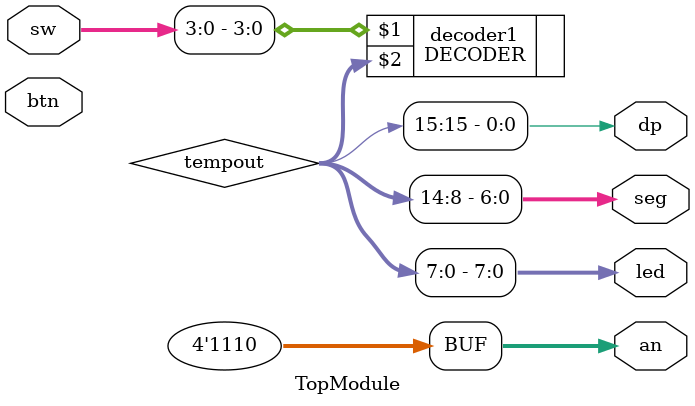
<source format=v>
`timescale 1ns / 1ps


module TopModule(
input [7:0] sw,
input [3:0] btn,
output  [7:0] led,
output  [6:0] seg,
output  dp,
output  [3:0] an
    );
    assign an = 4'b1110;
    wire [15:0] tempout;
    assign dp = tempout[15];
    assign seg = tempout[14:8];
    assign led = tempout[7:0];
    
    DECODER decoder1(sw[3:0],tempout);
//    ENCODER encoder1(sw[3:0],led[1:0],led[7]);
//    MUX mux1(sw[3:0],btn[1:0],led[0]);
        //DEMUX demux1(sw[0],btn[1:0],led[3:0]);
    
    
endmodule

</source>
